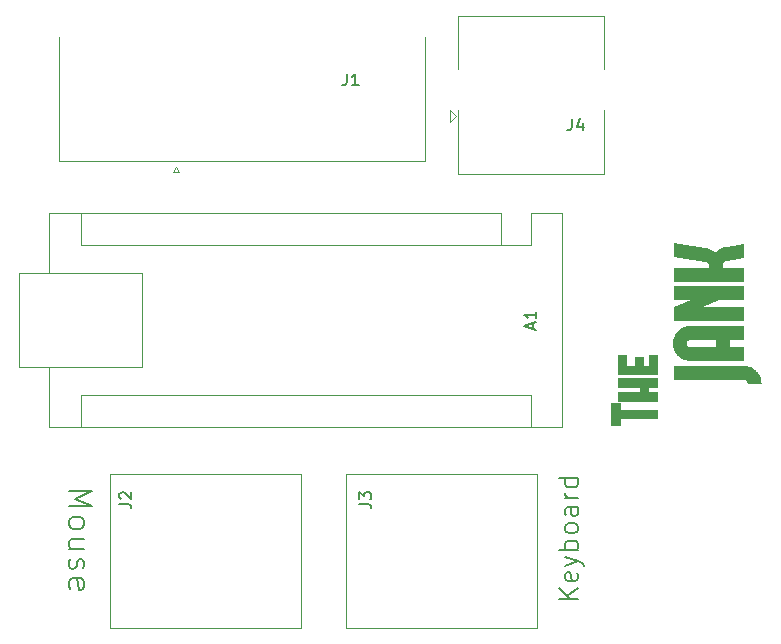
<source format=gbr>
%TF.GenerationSoftware,KiCad,Pcbnew,7.0.2*%
%TF.CreationDate,2024-03-26T11:17:04+09:00*%
%TF.ProjectId,dual_arduino_macplus_adapter,6475616c-5f61-4726-9475-696e6f5f6d61,rev?*%
%TF.SameCoordinates,Original*%
%TF.FileFunction,Legend,Top*%
%TF.FilePolarity,Positive*%
%FSLAX46Y46*%
G04 Gerber Fmt 4.6, Leading zero omitted, Abs format (unit mm)*
G04 Created by KiCad (PCBNEW 7.0.2) date 2024-03-26 11:17:04*
%MOMM*%
%LPD*%
G01*
G04 APERTURE LIST*
%ADD10C,0.150000*%
%ADD11C,0.200000*%
%ADD12C,0.203000*%
%ADD13C,0.120000*%
G04 APERTURE END LIST*
D10*
G36*
X148011277Y-71186859D02*
G01*
X153950774Y-71186859D01*
X154025753Y-71189080D01*
X154099381Y-71194644D01*
X154171657Y-71203552D01*
X154242583Y-71215802D01*
X154312158Y-71231395D01*
X154380382Y-71250332D01*
X154447255Y-71272611D01*
X154512777Y-71298234D01*
X154576948Y-71327200D01*
X154639768Y-71359508D01*
X154701237Y-71395160D01*
X154761355Y-71434155D01*
X154820122Y-71476493D01*
X154877538Y-71522174D01*
X154933603Y-71571198D01*
X154988318Y-71623565D01*
X155040153Y-71677770D01*
X155088679Y-71733406D01*
X155133896Y-71790473D01*
X155175805Y-71848971D01*
X155214405Y-71908900D01*
X155249696Y-71970261D01*
X155281678Y-72033052D01*
X155310352Y-72097274D01*
X155335717Y-72162928D01*
X155357773Y-72230013D01*
X155376521Y-72298529D01*
X155391960Y-72368476D01*
X155404090Y-72439854D01*
X155412911Y-72512663D01*
X155418424Y-72586903D01*
X155420628Y-72662575D01*
X155420628Y-72719727D01*
X154238004Y-72719727D01*
X154238004Y-72665505D01*
X154232600Y-72606246D01*
X154213602Y-72545053D01*
X154180925Y-72489656D01*
X154151542Y-72455945D01*
X154106021Y-72418118D01*
X154049336Y-72388481D01*
X153986855Y-72372523D01*
X153941981Y-72369483D01*
X148011277Y-72369483D01*
X148011277Y-71186859D01*
G37*
G36*
X153920000Y-68988674D02*
G01*
X152737376Y-68988674D01*
X152737376Y-69577787D01*
X153920000Y-69577787D01*
X153920000Y-70760411D01*
X149388806Y-70760411D01*
X149313301Y-70758723D01*
X149239192Y-70753656D01*
X149166480Y-70745213D01*
X149095165Y-70733392D01*
X149025247Y-70718193D01*
X148956725Y-70699618D01*
X148889601Y-70677664D01*
X148823872Y-70652334D01*
X148759541Y-70623626D01*
X148696607Y-70591540D01*
X148635069Y-70556077D01*
X148574928Y-70517237D01*
X148516184Y-70475019D01*
X148458836Y-70429424D01*
X148402886Y-70380451D01*
X148348332Y-70328101D01*
X148296159Y-70273175D01*
X148247353Y-70216841D01*
X148201912Y-70159099D01*
X148159837Y-70099948D01*
X148121129Y-70039389D01*
X148085786Y-69977422D01*
X148053809Y-69914047D01*
X148025198Y-69849263D01*
X147999954Y-69783072D01*
X147978075Y-69715472D01*
X147959562Y-69646463D01*
X147944415Y-69576047D01*
X147932634Y-69504223D01*
X147924219Y-69430990D01*
X147919170Y-69356349D01*
X147917487Y-69280300D01*
X149069337Y-69280300D01*
X149074740Y-69340200D01*
X149093738Y-69401895D01*
X149126415Y-69457563D01*
X149155799Y-69491325D01*
X149201319Y-69529153D01*
X149258004Y-69558789D01*
X149320485Y-69574748D01*
X149365359Y-69577787D01*
X151554752Y-69577787D01*
X151554752Y-68988674D01*
X149365359Y-68988674D01*
X149306099Y-68994077D01*
X149244907Y-69013075D01*
X149189510Y-69045752D01*
X149155799Y-69075136D01*
X149117971Y-69120382D01*
X149088335Y-69176100D01*
X149072376Y-69236920D01*
X149069337Y-69280300D01*
X147917487Y-69280300D01*
X147919170Y-69204788D01*
X147924219Y-69130663D01*
X147932634Y-69057922D01*
X147944415Y-68986567D01*
X147959562Y-68916597D01*
X147978075Y-68848013D01*
X147999954Y-68780813D01*
X148025198Y-68715000D01*
X148053809Y-68650571D01*
X148085786Y-68587528D01*
X148121129Y-68525870D01*
X148159837Y-68465597D01*
X148201912Y-68406710D01*
X148247353Y-68349208D01*
X148296159Y-68293091D01*
X148348332Y-68238360D01*
X148402886Y-68185832D01*
X148458836Y-68136693D01*
X148516184Y-68090944D01*
X148574928Y-68048583D01*
X148635069Y-68009611D01*
X148696607Y-67974028D01*
X148759541Y-67941834D01*
X148823872Y-67913028D01*
X148889601Y-67887612D01*
X148956725Y-67865584D01*
X149025247Y-67846945D01*
X149095165Y-67831695D01*
X149166480Y-67819834D01*
X149239192Y-67811362D01*
X149313301Y-67806279D01*
X149388806Y-67804584D01*
X153920000Y-67804584D01*
X153920000Y-68988674D01*
G37*
G36*
X148011277Y-64435498D02*
G01*
X153920000Y-64435498D01*
X153920000Y-65613726D01*
X151836120Y-65613726D01*
X150449797Y-66207236D01*
X153920000Y-66207236D01*
X153920000Y-67385464D01*
X148011277Y-67385464D01*
X148011277Y-66207236D01*
X149426908Y-65613726D01*
X148011277Y-65613726D01*
X148011277Y-64435498D01*
G37*
G36*
X152466266Y-61107445D02*
G01*
X153920000Y-60900816D01*
X153920000Y-62083440D01*
X152494110Y-62285673D01*
X152439888Y-62294466D01*
X152380628Y-62307655D01*
X152325949Y-62331102D01*
X152275848Y-62364808D01*
X152230327Y-62408771D01*
X152192500Y-62459788D01*
X152165481Y-62513185D01*
X152148003Y-62576104D01*
X152143866Y-62627124D01*
X152143866Y-62883579D01*
X153920000Y-62883579D01*
X153920000Y-64066203D01*
X148011277Y-64066203D01*
X148011277Y-62883579D01*
X150965638Y-62883579D01*
X150965638Y-62713586D01*
X150960234Y-62653594D01*
X150944023Y-62596716D01*
X150917003Y-62542952D01*
X150879176Y-62492302D01*
X150833930Y-62447698D01*
X150784654Y-62413534D01*
X150724401Y-62387581D01*
X150674012Y-62376531D01*
X148011277Y-62001374D01*
X148011277Y-60818750D01*
X150675478Y-61193907D01*
X150760473Y-61208436D01*
X150843999Y-61227292D01*
X150926058Y-61250476D01*
X151006648Y-61277988D01*
X151085770Y-61309827D01*
X151163423Y-61345994D01*
X151239608Y-61386489D01*
X151314325Y-61431311D01*
X151363321Y-61463597D01*
X151411664Y-61497807D01*
X151459354Y-61533939D01*
X151506392Y-61571995D01*
X151557940Y-61524855D01*
X151610370Y-61480152D01*
X151663682Y-61437889D01*
X151717875Y-61398064D01*
X151772950Y-61360678D01*
X151828907Y-61325730D01*
X151885745Y-61293221D01*
X151943464Y-61263150D01*
X152002065Y-61235518D01*
X152061548Y-61210325D01*
X152121912Y-61187570D01*
X152183158Y-61167254D01*
X152245285Y-61149377D01*
X152308294Y-61133938D01*
X152372185Y-61120938D01*
X152436957Y-61110376D01*
X152466266Y-61107445D01*
G37*
G36*
X143490244Y-74295882D02*
G01*
X143490244Y-74891835D01*
X146640000Y-74891835D01*
X146640000Y-75678297D01*
X143490244Y-75678297D01*
X143490244Y-76263503D01*
X142700851Y-76263503D01*
X142700851Y-74295882D01*
X143490244Y-74295882D01*
G37*
G36*
X143263586Y-72257920D02*
G01*
X146640000Y-72257920D01*
X146640000Y-73046336D01*
X145873077Y-73046336D01*
X145873077Y-73439078D01*
X146640000Y-73439078D01*
X146640000Y-74228471D01*
X143263586Y-74228471D01*
X143263586Y-73439078D01*
X145102247Y-73439078D01*
X145102247Y-73046336D01*
X143263586Y-73046336D01*
X143263586Y-72257920D01*
G37*
G36*
X144048094Y-71195952D02*
G01*
X144677264Y-71195952D01*
X144677264Y-70407536D01*
X145461772Y-70407536D01*
X145461772Y-71195952D01*
X145855491Y-71195952D01*
X145855491Y-70250244D01*
X146640000Y-70250244D01*
X146640000Y-71984368D01*
X143263586Y-71984368D01*
X143263586Y-70250244D01*
X144048094Y-70250244D01*
X144048094Y-71195952D01*
G37*
D11*
X139874190Y-90929047D02*
X138274190Y-90929047D01*
X139874190Y-90014761D02*
X138959904Y-90700476D01*
X138274190Y-90014761D02*
X139188476Y-90929047D01*
X139798000Y-88719523D02*
X139874190Y-88871904D01*
X139874190Y-88871904D02*
X139874190Y-89176666D01*
X139874190Y-89176666D02*
X139798000Y-89329047D01*
X139798000Y-89329047D02*
X139645619Y-89405238D01*
X139645619Y-89405238D02*
X139036095Y-89405238D01*
X139036095Y-89405238D02*
X138883714Y-89329047D01*
X138883714Y-89329047D02*
X138807523Y-89176666D01*
X138807523Y-89176666D02*
X138807523Y-88871904D01*
X138807523Y-88871904D02*
X138883714Y-88719523D01*
X138883714Y-88719523D02*
X139036095Y-88643333D01*
X139036095Y-88643333D02*
X139188476Y-88643333D01*
X139188476Y-88643333D02*
X139340857Y-89405238D01*
X138807523Y-88109999D02*
X139874190Y-87729047D01*
X138807523Y-87348094D02*
X139874190Y-87729047D01*
X139874190Y-87729047D02*
X140255142Y-87881428D01*
X140255142Y-87881428D02*
X140331333Y-87957618D01*
X140331333Y-87957618D02*
X140407523Y-88109999D01*
X139874190Y-86738570D02*
X138274190Y-86738570D01*
X138883714Y-86738570D02*
X138807523Y-86586189D01*
X138807523Y-86586189D02*
X138807523Y-86281427D01*
X138807523Y-86281427D02*
X138883714Y-86129046D01*
X138883714Y-86129046D02*
X138959904Y-86052856D01*
X138959904Y-86052856D02*
X139112285Y-85976665D01*
X139112285Y-85976665D02*
X139569428Y-85976665D01*
X139569428Y-85976665D02*
X139721809Y-86052856D01*
X139721809Y-86052856D02*
X139798000Y-86129046D01*
X139798000Y-86129046D02*
X139874190Y-86281427D01*
X139874190Y-86281427D02*
X139874190Y-86586189D01*
X139874190Y-86586189D02*
X139798000Y-86738570D01*
X139874190Y-85062380D02*
X139798000Y-85214761D01*
X139798000Y-85214761D02*
X139721809Y-85290951D01*
X139721809Y-85290951D02*
X139569428Y-85367142D01*
X139569428Y-85367142D02*
X139112285Y-85367142D01*
X139112285Y-85367142D02*
X138959904Y-85290951D01*
X138959904Y-85290951D02*
X138883714Y-85214761D01*
X138883714Y-85214761D02*
X138807523Y-85062380D01*
X138807523Y-85062380D02*
X138807523Y-84833808D01*
X138807523Y-84833808D02*
X138883714Y-84681427D01*
X138883714Y-84681427D02*
X138959904Y-84605237D01*
X138959904Y-84605237D02*
X139112285Y-84529046D01*
X139112285Y-84529046D02*
X139569428Y-84529046D01*
X139569428Y-84529046D02*
X139721809Y-84605237D01*
X139721809Y-84605237D02*
X139798000Y-84681427D01*
X139798000Y-84681427D02*
X139874190Y-84833808D01*
X139874190Y-84833808D02*
X139874190Y-85062380D01*
X139874190Y-83157618D02*
X139036095Y-83157618D01*
X139036095Y-83157618D02*
X138883714Y-83233808D01*
X138883714Y-83233808D02*
X138807523Y-83386189D01*
X138807523Y-83386189D02*
X138807523Y-83690951D01*
X138807523Y-83690951D02*
X138883714Y-83843332D01*
X139798000Y-83157618D02*
X139874190Y-83309999D01*
X139874190Y-83309999D02*
X139874190Y-83690951D01*
X139874190Y-83690951D02*
X139798000Y-83843332D01*
X139798000Y-83843332D02*
X139645619Y-83919523D01*
X139645619Y-83919523D02*
X139493238Y-83919523D01*
X139493238Y-83919523D02*
X139340857Y-83843332D01*
X139340857Y-83843332D02*
X139264666Y-83690951D01*
X139264666Y-83690951D02*
X139264666Y-83309999D01*
X139264666Y-83309999D02*
X139188476Y-83157618D01*
X139874190Y-82395713D02*
X138807523Y-82395713D01*
X139112285Y-82395713D02*
X138959904Y-82319523D01*
X138959904Y-82319523D02*
X138883714Y-82243332D01*
X138883714Y-82243332D02*
X138807523Y-82090951D01*
X138807523Y-82090951D02*
X138807523Y-81938570D01*
X139874190Y-80719523D02*
X138274190Y-80719523D01*
X139798000Y-80719523D02*
X139874190Y-80871904D01*
X139874190Y-80871904D02*
X139874190Y-81176666D01*
X139874190Y-81176666D02*
X139798000Y-81329047D01*
X139798000Y-81329047D02*
X139721809Y-81405237D01*
X139721809Y-81405237D02*
X139569428Y-81481428D01*
X139569428Y-81481428D02*
X139112285Y-81481428D01*
X139112285Y-81481428D02*
X138959904Y-81405237D01*
X138959904Y-81405237D02*
X138883714Y-81329047D01*
X138883714Y-81329047D02*
X138807523Y-81176666D01*
X138807523Y-81176666D02*
X138807523Y-80871904D01*
X138807523Y-80871904D02*
X138883714Y-80719523D01*
D12*
X96764761Y-81756190D02*
X98764761Y-81756190D01*
X98764761Y-81756190D02*
X97336190Y-82422857D01*
X97336190Y-82422857D02*
X98764761Y-83089523D01*
X98764761Y-83089523D02*
X96764761Y-83089523D01*
X96764761Y-84327618D02*
X96860000Y-84137142D01*
X96860000Y-84137142D02*
X96955238Y-84041904D01*
X96955238Y-84041904D02*
X97145714Y-83946666D01*
X97145714Y-83946666D02*
X97717142Y-83946666D01*
X97717142Y-83946666D02*
X97907619Y-84041904D01*
X97907619Y-84041904D02*
X98002857Y-84137142D01*
X98002857Y-84137142D02*
X98098095Y-84327618D01*
X98098095Y-84327618D02*
X98098095Y-84613333D01*
X98098095Y-84613333D02*
X98002857Y-84803809D01*
X98002857Y-84803809D02*
X97907619Y-84899047D01*
X97907619Y-84899047D02*
X97717142Y-84994285D01*
X97717142Y-84994285D02*
X97145714Y-84994285D01*
X97145714Y-84994285D02*
X96955238Y-84899047D01*
X96955238Y-84899047D02*
X96860000Y-84803809D01*
X96860000Y-84803809D02*
X96764761Y-84613333D01*
X96764761Y-84613333D02*
X96764761Y-84327618D01*
X98098095Y-86708571D02*
X96764761Y-86708571D01*
X98098095Y-85851428D02*
X97050476Y-85851428D01*
X97050476Y-85851428D02*
X96860000Y-85946666D01*
X96860000Y-85946666D02*
X96764761Y-86137142D01*
X96764761Y-86137142D02*
X96764761Y-86422857D01*
X96764761Y-86422857D02*
X96860000Y-86613333D01*
X96860000Y-86613333D02*
X96955238Y-86708571D01*
X96860000Y-87565714D02*
X96764761Y-87756190D01*
X96764761Y-87756190D02*
X96764761Y-88137142D01*
X96764761Y-88137142D02*
X96860000Y-88327619D01*
X96860000Y-88327619D02*
X97050476Y-88422857D01*
X97050476Y-88422857D02*
X97145714Y-88422857D01*
X97145714Y-88422857D02*
X97336190Y-88327619D01*
X97336190Y-88327619D02*
X97431428Y-88137142D01*
X97431428Y-88137142D02*
X97431428Y-87851428D01*
X97431428Y-87851428D02*
X97526666Y-87660952D01*
X97526666Y-87660952D02*
X97717142Y-87565714D01*
X97717142Y-87565714D02*
X97812380Y-87565714D01*
X97812380Y-87565714D02*
X98002857Y-87660952D01*
X98002857Y-87660952D02*
X98098095Y-87851428D01*
X98098095Y-87851428D02*
X98098095Y-88137142D01*
X98098095Y-88137142D02*
X98002857Y-88327619D01*
X96860000Y-90041905D02*
X96764761Y-89851429D01*
X96764761Y-89851429D02*
X96764761Y-89470476D01*
X96764761Y-89470476D02*
X96860000Y-89280000D01*
X96860000Y-89280000D02*
X97050476Y-89184762D01*
X97050476Y-89184762D02*
X97812380Y-89184762D01*
X97812380Y-89184762D02*
X98002857Y-89280000D01*
X98002857Y-89280000D02*
X98098095Y-89470476D01*
X98098095Y-89470476D02*
X98098095Y-89851429D01*
X98098095Y-89851429D02*
X98002857Y-90041905D01*
X98002857Y-90041905D02*
X97812380Y-90137143D01*
X97812380Y-90137143D02*
X97621904Y-90137143D01*
X97621904Y-90137143D02*
X97431428Y-89184762D01*
D10*
%TO.C,J4*%
X139366666Y-50262619D02*
X139366666Y-50976904D01*
X139366666Y-50976904D02*
X139319047Y-51119761D01*
X139319047Y-51119761D02*
X139223809Y-51215000D01*
X139223809Y-51215000D02*
X139080952Y-51262619D01*
X139080952Y-51262619D02*
X138985714Y-51262619D01*
X140271428Y-50595952D02*
X140271428Y-51262619D01*
X140033333Y-50215000D02*
X139795238Y-50929285D01*
X139795238Y-50929285D02*
X140414285Y-50929285D01*
%TO.C,J3*%
X121382619Y-82883333D02*
X122096904Y-82883333D01*
X122096904Y-82883333D02*
X122239761Y-82930952D01*
X122239761Y-82930952D02*
X122335000Y-83026190D01*
X122335000Y-83026190D02*
X122382619Y-83169047D01*
X122382619Y-83169047D02*
X122382619Y-83264285D01*
X121382619Y-82502380D02*
X121382619Y-81883333D01*
X121382619Y-81883333D02*
X121763571Y-82216666D01*
X121763571Y-82216666D02*
X121763571Y-82073809D01*
X121763571Y-82073809D02*
X121811190Y-81978571D01*
X121811190Y-81978571D02*
X121858809Y-81930952D01*
X121858809Y-81930952D02*
X121954047Y-81883333D01*
X121954047Y-81883333D02*
X122192142Y-81883333D01*
X122192142Y-81883333D02*
X122287380Y-81930952D01*
X122287380Y-81930952D02*
X122335000Y-81978571D01*
X122335000Y-81978571D02*
X122382619Y-82073809D01*
X122382619Y-82073809D02*
X122382619Y-82359523D01*
X122382619Y-82359523D02*
X122335000Y-82454761D01*
X122335000Y-82454761D02*
X122287380Y-82502380D01*
%TO.C,J2*%
X101062619Y-82883333D02*
X101776904Y-82883333D01*
X101776904Y-82883333D02*
X101919761Y-82930952D01*
X101919761Y-82930952D02*
X102015000Y-83026190D01*
X102015000Y-83026190D02*
X102062619Y-83169047D01*
X102062619Y-83169047D02*
X102062619Y-83264285D01*
X101157857Y-82454761D02*
X101110238Y-82407142D01*
X101110238Y-82407142D02*
X101062619Y-82311904D01*
X101062619Y-82311904D02*
X101062619Y-82073809D01*
X101062619Y-82073809D02*
X101110238Y-81978571D01*
X101110238Y-81978571D02*
X101157857Y-81930952D01*
X101157857Y-81930952D02*
X101253095Y-81883333D01*
X101253095Y-81883333D02*
X101348333Y-81883333D01*
X101348333Y-81883333D02*
X101491190Y-81930952D01*
X101491190Y-81930952D02*
X102062619Y-82502380D01*
X102062619Y-82502380D02*
X102062619Y-81883333D01*
%TO.C,J1*%
X120316666Y-46452619D02*
X120316666Y-47166904D01*
X120316666Y-47166904D02*
X120269047Y-47309761D01*
X120269047Y-47309761D02*
X120173809Y-47405000D01*
X120173809Y-47405000D02*
X120030952Y-47452619D01*
X120030952Y-47452619D02*
X119935714Y-47452619D01*
X121316666Y-47452619D02*
X120745238Y-47452619D01*
X121030952Y-47452619D02*
X121030952Y-46452619D01*
X121030952Y-46452619D02*
X120935714Y-46595476D01*
X120935714Y-46595476D02*
X120840476Y-46690714D01*
X120840476Y-46690714D02*
X120745238Y-46738333D01*
%TO.C,A1*%
X136066904Y-68024285D02*
X136066904Y-67548095D01*
X136352619Y-68119523D02*
X135352619Y-67786190D01*
X135352619Y-67786190D02*
X136352619Y-67452857D01*
X136352619Y-66595714D02*
X136352619Y-67167142D01*
X136352619Y-66881428D02*
X135352619Y-66881428D01*
X135352619Y-66881428D02*
X135495476Y-66976666D01*
X135495476Y-66976666D02*
X135590714Y-67071904D01*
X135590714Y-67071904D02*
X135638333Y-67167142D01*
D13*
%TO.C,J4*%
X129080000Y-49560000D02*
X129580000Y-50060000D01*
X142090000Y-54960000D02*
X129690000Y-54960000D01*
X129080000Y-50560000D02*
X129080000Y-49560000D01*
X129690000Y-54960000D02*
X129690000Y-49490000D01*
X142090000Y-41560000D02*
X142090000Y-46030000D01*
X129690000Y-41560000D02*
X142090000Y-41560000D01*
X129690000Y-41560000D02*
X129690000Y-46030000D01*
X142090000Y-49490000D02*
X142090000Y-54960000D01*
X129580000Y-50060000D02*
X129080000Y-50560000D01*
%TO.C,J3*%
X136400000Y-80380000D02*
X136400000Y-93380000D01*
X120200000Y-80380000D02*
X120200000Y-93380000D01*
X120200000Y-80380000D02*
X136400000Y-80380000D01*
X120200000Y-93380000D02*
X136400000Y-93380000D01*
%TO.C,J2*%
X116460000Y-80380000D02*
X116460000Y-93380000D01*
X100260000Y-80380000D02*
X100260000Y-93380000D01*
X100260000Y-80380000D02*
X116460000Y-80380000D01*
X100260000Y-93380000D02*
X116460000Y-93380000D01*
%TO.C,J1*%
X105875000Y-54321325D02*
X106125000Y-54754338D01*
X126900000Y-43380000D02*
X126900000Y-53860000D01*
X106125000Y-54754338D02*
X105625000Y-54754338D01*
X105625000Y-54754338D02*
X105875000Y-54321325D01*
X126900000Y-53860000D02*
X95930000Y-53860000D01*
X95930000Y-53860000D02*
X95930000Y-43380000D01*
%TO.C,A1*%
X135890000Y-60960000D02*
X135890000Y-58290000D01*
X92580000Y-71250000D02*
X92580000Y-63370000D01*
X95120000Y-76330000D02*
X138560000Y-76330000D01*
X92580000Y-63370000D02*
X103000000Y-63370000D01*
X103000000Y-71250000D02*
X92580000Y-71250000D01*
X95120000Y-76330000D02*
X95120000Y-71250000D01*
X133350000Y-58290000D02*
X95120000Y-58290000D01*
X97790000Y-60960000D02*
X97790000Y-58290000D01*
X135890000Y-73660000D02*
X97790000Y-73660000D01*
X133350000Y-60960000D02*
X135890000Y-60960000D01*
X97790000Y-73660000D02*
X97790000Y-76330000D01*
X135890000Y-73660000D02*
X135890000Y-76330000D01*
X133350000Y-60960000D02*
X133350000Y-58290000D01*
X138560000Y-76330000D02*
X138560000Y-58290000D01*
X95120000Y-58290000D02*
X95120000Y-63370000D01*
X138560000Y-58290000D02*
X135890000Y-58290000D01*
X103000000Y-63370000D02*
X103000000Y-71250000D01*
X133350000Y-60960000D02*
X97790000Y-60960000D01*
%TD*%
M02*

</source>
